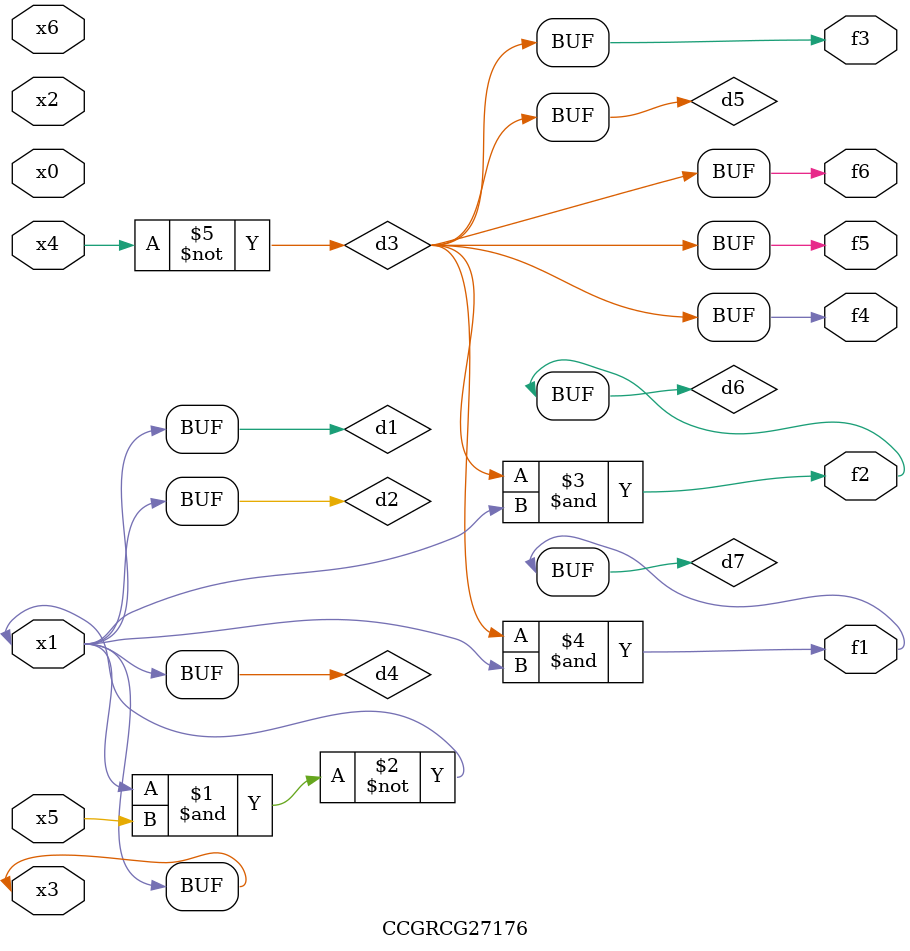
<source format=v>
module CCGRCG27176(
	input x0, x1, x2, x3, x4, x5, x6,
	output f1, f2, f3, f4, f5, f6
);

	wire d1, d2, d3, d4, d5, d6, d7;

	buf (d1, x1, x3);
	nand (d2, x1, x5);
	not (d3, x4);
	buf (d4, d1, d2);
	buf (d5, d3);
	and (d6, d3, d4);
	and (d7, d3, d4);
	assign f1 = d7;
	assign f2 = d6;
	assign f3 = d5;
	assign f4 = d5;
	assign f5 = d5;
	assign f6 = d5;
endmodule

</source>
